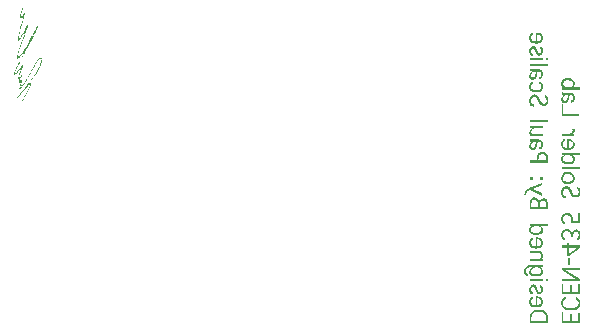
<source format=gbr>
%TF.GenerationSoftware,KiCad,Pcbnew,8.0.1*%
%TF.CreationDate,2025-07-31T15:37:34-05:00*%
%TF.ProjectId,GPS_board_v3,4750535f-626f-4617-9264-5f76332e6b69,rev?*%
%TF.SameCoordinates,Original*%
%TF.FileFunction,Legend,Bot*%
%TF.FilePolarity,Positive*%
%FSLAX46Y46*%
G04 Gerber Fmt 4.6, Leading zero omitted, Abs format (unit mm)*
G04 Created by KiCad (PCBNEW 8.0.1) date 2025-07-31 15:37:34*
%MOMM*%
%LPD*%
G01*
G04 APERTURE LIST*
%ADD10C,0.152000*%
%ADD11C,0.000000*%
G04 APERTURE END LIST*
D10*
G36*
X169870000Y-79543684D02*
G01*
X171401891Y-79543684D01*
X171401891Y-78683949D01*
X171249972Y-78683949D01*
X171249972Y-79355129D01*
X170745366Y-79355129D01*
X170745366Y-78777739D01*
X170593447Y-78777739D01*
X170593447Y-79355129D01*
X170021919Y-79355129D01*
X170021919Y-78637055D01*
X169870000Y-78637055D01*
X169870000Y-79543684D01*
G37*
G36*
X170211939Y-77525261D02*
G01*
X170211939Y-77336706D01*
X170202170Y-77336706D01*
X170101070Y-77356180D01*
X170020942Y-77398255D01*
X169945579Y-77465159D01*
X169891684Y-77551384D01*
X169886120Y-77564340D01*
X169856734Y-77663529D01*
X169844182Y-77768694D01*
X169843133Y-77812491D01*
X169850243Y-77916344D01*
X169871572Y-78012846D01*
X169914428Y-78116143D01*
X169976638Y-78209435D01*
X170045366Y-78281437D01*
X170128513Y-78343192D01*
X170225915Y-78392171D01*
X170337570Y-78428372D01*
X170441504Y-78448780D01*
X170555337Y-78460314D01*
X170653531Y-78463154D01*
X170774602Y-78458729D01*
X170885943Y-78445456D01*
X170987552Y-78423333D01*
X171096637Y-78385105D01*
X171191708Y-78334135D01*
X171260230Y-78281926D01*
X171329621Y-78210152D01*
X171392433Y-78116780D01*
X171435703Y-78013029D01*
X171457238Y-77915840D01*
X171464417Y-77811025D01*
X171458166Y-77709932D01*
X171437285Y-77612041D01*
X171419965Y-77564340D01*
X171367157Y-77475540D01*
X171291165Y-77406059D01*
X171279281Y-77398255D01*
X171190430Y-77354077D01*
X171094145Y-77336706D01*
X171094145Y-77525261D01*
X171103914Y-77525261D01*
X171199383Y-77554147D01*
X171208939Y-77560432D01*
X171275518Y-77636934D01*
X171286120Y-77660083D01*
X171309381Y-77755653D01*
X171312498Y-77814445D01*
X171300896Y-77923102D01*
X171266092Y-78017044D01*
X171208084Y-78096270D01*
X171126873Y-78160781D01*
X171027711Y-78210576D01*
X170930525Y-78242476D01*
X170823615Y-78263483D01*
X170724239Y-78272820D01*
X170654019Y-78274598D01*
X170548769Y-78270580D01*
X170451007Y-78258524D01*
X170346415Y-78234301D01*
X170252014Y-78199139D01*
X170179211Y-78160293D01*
X170098641Y-78095721D01*
X170035516Y-78005926D01*
X170003864Y-77910862D01*
X169995052Y-77815910D01*
X170002960Y-77718230D01*
X170035898Y-77625131D01*
X170061974Y-77591695D01*
X170147363Y-77536225D01*
X170211939Y-77525261D01*
G37*
G36*
X169870000Y-77107117D02*
G01*
X171401891Y-77107117D01*
X171401891Y-76247383D01*
X171249972Y-76247383D01*
X171249972Y-76918562D01*
X170745366Y-76918562D01*
X170745366Y-76341172D01*
X170593447Y-76341172D01*
X170593447Y-76918562D01*
X170021919Y-76918562D01*
X170021919Y-76200488D01*
X169870000Y-76200488D01*
X169870000Y-77107117D01*
G37*
G36*
X169870000Y-75775505D02*
G01*
X169870000Y-75964061D01*
X171401891Y-75964061D01*
X171401891Y-75760851D01*
X170313545Y-75087718D01*
X170190935Y-75026168D01*
X170312079Y-75026168D01*
X171401891Y-75026168D01*
X171401891Y-74837613D01*
X169870000Y-74837613D01*
X169870000Y-75038381D01*
X170963719Y-75713956D01*
X171086329Y-75775505D01*
X170963719Y-75775505D01*
X169870000Y-75775505D01*
G37*
G36*
X170401472Y-74651011D02*
G01*
X170553391Y-74651011D01*
X170553391Y-74057013D01*
X170401472Y-74057013D01*
X170401472Y-74651011D01*
G37*
G36*
X170490865Y-72959874D02*
G01*
X171401891Y-72959874D01*
X171401891Y-73148429D01*
X170490865Y-73867480D01*
X170338946Y-73867480D01*
X170338946Y-73148429D01*
X170490865Y-73148429D01*
X170490865Y-73669155D01*
X171158625Y-73148429D01*
X170490865Y-73148429D01*
X170338946Y-73148429D01*
X169870000Y-73148429D01*
X169870000Y-72959874D01*
X170338946Y-72959874D01*
X170338946Y-72742009D01*
X170490865Y-72742009D01*
X170490865Y-72959874D01*
G37*
G36*
X170655973Y-72263293D02*
G01*
X170807892Y-72263293D01*
X170807892Y-72151919D01*
X170815933Y-72050499D01*
X170847317Y-71955754D01*
X170849902Y-71951151D01*
X170911230Y-71871581D01*
X170955903Y-71835380D01*
X171050356Y-71796591D01*
X171097564Y-71792393D01*
X171196379Y-71814650D01*
X171254856Y-71862735D01*
X171299832Y-71950019D01*
X171312498Y-72047871D01*
X171300870Y-72147071D01*
X171293447Y-72172923D01*
X171239342Y-72255817D01*
X171231409Y-72261828D01*
X171140551Y-72292602D01*
X171140551Y-72480181D01*
X171151297Y-72480181D01*
X171250140Y-72461014D01*
X171335224Y-72408890D01*
X171366231Y-72380041D01*
X171422132Y-72295495D01*
X171452815Y-72191387D01*
X171463554Y-72089415D01*
X171464417Y-72046894D01*
X171458433Y-71943366D01*
X171437396Y-71843318D01*
X171396256Y-71752548D01*
X171368674Y-71715212D01*
X171289333Y-71647343D01*
X171194193Y-71610799D01*
X171121988Y-71603838D01*
X171024253Y-71616241D01*
X170969092Y-71635589D01*
X170885859Y-71687109D01*
X170841598Y-71729378D01*
X170785355Y-71816327D01*
X170751228Y-71907676D01*
X170716709Y-71811230D01*
X170668929Y-71721471D01*
X170604911Y-71643893D01*
X170591981Y-71632170D01*
X170505863Y-71576803D01*
X170405044Y-71546990D01*
X170329665Y-71541311D01*
X170228900Y-71551319D01*
X170133236Y-71581342D01*
X170042673Y-71631381D01*
X169994563Y-71667829D01*
X169921362Y-71749196D01*
X169876406Y-71838650D01*
X169850379Y-71944224D01*
X169843133Y-72049825D01*
X169849300Y-72154575D01*
X169870981Y-72254244D01*
X169913380Y-72342420D01*
X169941807Y-72377599D01*
X170019820Y-72440110D01*
X170112550Y-72475272D01*
X170166022Y-72480181D01*
X170166022Y-72291625D01*
X170156741Y-72291625D01*
X170064407Y-72256762D01*
X170035108Y-72217864D01*
X170002719Y-72121505D01*
X169995052Y-72028820D01*
X170007451Y-71929663D01*
X170030223Y-71870551D01*
X170095539Y-71794456D01*
X170144528Y-71766015D01*
X170237797Y-71736786D01*
X170316964Y-71729867D01*
X170418218Y-71745323D01*
X170506557Y-71791691D01*
X170558276Y-71839776D01*
X170613898Y-71928510D01*
X170644429Y-72032618D01*
X170655114Y-72131979D01*
X170655973Y-72172923D01*
X170655973Y-72263293D01*
G37*
G36*
X170682840Y-71030355D02*
G01*
X171397494Y-71030355D01*
X171397494Y-70246824D01*
X171245575Y-70246824D01*
X171245575Y-70874040D01*
X170834759Y-70874040D01*
X170834759Y-70827145D01*
X170831954Y-70727402D01*
X170821879Y-70626117D01*
X170801786Y-70528375D01*
X170776140Y-70455896D01*
X170725445Y-70365839D01*
X170655331Y-70288277D01*
X170611032Y-70255129D01*
X170517409Y-70210534D01*
X170417677Y-70189548D01*
X170353600Y-70186252D01*
X170256147Y-70193885D01*
X170152936Y-70220718D01*
X170056525Y-70266871D01*
X169996029Y-70308374D01*
X169919994Y-70387384D01*
X169873298Y-70474937D01*
X169846263Y-70578794D01*
X169838736Y-70683042D01*
X169845885Y-70788967D01*
X169870595Y-70892160D01*
X169918163Y-70988040D01*
X169929106Y-71003489D01*
X170002539Y-71077013D01*
X170094030Y-71118371D01*
X170148436Y-71124145D01*
X170148436Y-70935589D01*
X170138667Y-70935589D01*
X170048100Y-70890442D01*
X170031688Y-70867201D01*
X169998509Y-70775118D01*
X169990655Y-70682554D01*
X170003066Y-70583892D01*
X170049732Y-70492594D01*
X170095680Y-70450034D01*
X170185924Y-70401328D01*
X170285197Y-70377452D01*
X170334061Y-70374808D01*
X170438337Y-70389233D01*
X170529150Y-70432510D01*
X170582212Y-70477390D01*
X170635277Y-70561663D01*
X170663579Y-70658551D01*
X170678024Y-70764816D01*
X170682741Y-70871863D01*
X170682840Y-70891137D01*
X170682840Y-71030355D01*
G37*
G36*
X170227083Y-68961130D02*
G01*
X170227083Y-68772575D01*
X170217313Y-68772575D01*
X170117171Y-68752289D01*
X170043900Y-68680251D01*
X170010508Y-68587873D01*
X169996769Y-68490237D01*
X169995052Y-68435031D01*
X170007628Y-68332744D01*
X170049302Y-68238817D01*
X170071256Y-68209351D01*
X170147244Y-68146906D01*
X170248373Y-68118807D01*
X170271046Y-68118004D01*
X170368386Y-68139373D01*
X170436643Y-68193719D01*
X170495583Y-68280931D01*
X170543199Y-68376048D01*
X170563161Y-68422330D01*
X170594912Y-68500488D01*
X170636596Y-68593319D01*
X170686238Y-68683811D01*
X170727292Y-68741800D01*
X170796657Y-68811287D01*
X170872861Y-68860502D01*
X170968860Y-68892101D01*
X171051646Y-68899581D01*
X171154782Y-68888037D01*
X171247422Y-68853404D01*
X171329568Y-68795682D01*
X171344738Y-68781367D01*
X171407850Y-68694203D01*
X171444665Y-68593567D01*
X171461495Y-68486467D01*
X171464417Y-68411095D01*
X171458769Y-68303750D01*
X171438912Y-68203716D01*
X171395227Y-68111256D01*
X171374047Y-68085764D01*
X171295704Y-68025039D01*
X171200334Y-67994264D01*
X171163510Y-67991974D01*
X171163510Y-68180530D01*
X171174256Y-68180530D01*
X171245087Y-68210816D01*
X171295352Y-68295596D01*
X171296378Y-68299232D01*
X171311726Y-68398277D01*
X171312498Y-68428681D01*
X171302125Y-68526775D01*
X171259986Y-68619253D01*
X171238736Y-68642637D01*
X171154575Y-68695999D01*
X171070697Y-68711025D01*
X170973607Y-68689419D01*
X170952484Y-68678297D01*
X170877100Y-68611953D01*
X170860160Y-68587927D01*
X170811216Y-68497887D01*
X170766255Y-68401522D01*
X170762463Y-68393021D01*
X170721919Y-68299720D01*
X170678876Y-68209564D01*
X170628424Y-68123873D01*
X170563471Y-68042776D01*
X170516755Y-68003210D01*
X170426852Y-67955452D01*
X170330983Y-67932041D01*
X170284724Y-67929448D01*
X170185254Y-67941042D01*
X170088589Y-67975824D01*
X170061486Y-67990020D01*
X169977363Y-68051997D01*
X169913063Y-68131926D01*
X169898332Y-68158060D01*
X169862593Y-68257227D01*
X169846583Y-68359651D01*
X169843133Y-68444801D01*
X169847188Y-68545350D01*
X169861015Y-68643503D01*
X169884654Y-68728611D01*
X169930896Y-68818063D01*
X170002437Y-68890456D01*
X170019476Y-68902023D01*
X170111804Y-68944448D01*
X170212934Y-68960899D01*
X170227083Y-68961130D01*
G37*
G36*
X170470028Y-66727146D02*
G01*
X170567481Y-66737759D01*
X170668674Y-66763555D01*
X170767836Y-66810724D01*
X170849413Y-66876762D01*
X170913313Y-66956140D01*
X170958956Y-67043335D01*
X170986342Y-67138346D01*
X170995471Y-67241172D01*
X170986342Y-67344426D01*
X170958956Y-67439741D01*
X170913313Y-67527119D01*
X170849413Y-67606559D01*
X170810823Y-67641936D01*
X170720453Y-67698539D01*
X170626954Y-67732590D01*
X170519991Y-67752195D01*
X170417592Y-67757501D01*
X170364977Y-67756175D01*
X170267192Y-67745561D01*
X170165655Y-67719766D01*
X170066157Y-67672596D01*
X169984305Y-67606559D01*
X169920619Y-67527119D01*
X169875129Y-67439741D01*
X169847834Y-67344426D01*
X169838736Y-67241172D01*
X169990655Y-67241172D01*
X169997983Y-67311544D01*
X170036451Y-67403479D01*
X170107892Y-67479064D01*
X170122898Y-67489948D01*
X170215798Y-67537259D01*
X170315479Y-67561836D01*
X170417592Y-67568946D01*
X170441121Y-67568595D01*
X170539967Y-67558325D01*
X170636290Y-67530237D01*
X170725826Y-67479064D01*
X170777331Y-67430491D01*
X170826996Y-67344006D01*
X170843551Y-67241172D01*
X170836194Y-67171227D01*
X170797565Y-67079704D01*
X170725826Y-67004256D01*
X170710826Y-66993372D01*
X170618163Y-66946062D01*
X170518996Y-66921485D01*
X170417592Y-66914375D01*
X170393885Y-66914726D01*
X170294383Y-66924996D01*
X170197602Y-66953084D01*
X170107892Y-67004256D01*
X170056601Y-67052769D01*
X170007142Y-67138933D01*
X169990655Y-67241172D01*
X169838736Y-67241172D01*
X169847834Y-67138346D01*
X169875129Y-67043335D01*
X169920619Y-66956140D01*
X169984305Y-66876762D01*
X170023025Y-66841384D01*
X170113700Y-66784781D01*
X170207517Y-66750731D01*
X170314844Y-66731126D01*
X170417592Y-66725819D01*
X170470028Y-66727146D01*
G37*
G36*
X169870000Y-66302791D02*
G01*
X169870000Y-66491346D01*
X171464417Y-66491346D01*
X171464417Y-66302791D01*
X169870000Y-66302791D01*
G37*
G36*
X171464417Y-65306280D02*
G01*
X170775163Y-65306280D01*
X170837130Y-65343642D01*
X170915359Y-65409839D01*
X170929676Y-65428037D01*
X170975443Y-65516817D01*
X170984205Y-65547134D01*
X170995471Y-65644312D01*
X170991428Y-65707264D01*
X170963774Y-65809338D01*
X170909923Y-65896961D01*
X170829874Y-65970132D01*
X170808905Y-65984270D01*
X170718429Y-66031698D01*
X170617388Y-66064534D01*
X170520313Y-66081294D01*
X170415150Y-66086880D01*
X170313016Y-66081394D01*
X170208052Y-66062687D01*
X170110823Y-66030704D01*
X170054827Y-66004024D01*
X169973734Y-65948497D01*
X169907124Y-65874389D01*
X169891096Y-65848927D01*
X169851826Y-65755000D01*
X169838736Y-65653593D01*
X169839531Y-65626168D01*
X169842950Y-65604745D01*
X169990655Y-65604745D01*
X169992144Y-65636588D01*
X170020795Y-65736018D01*
X170085910Y-65816748D01*
X170119291Y-65840249D01*
X170218168Y-65877930D01*
X170325085Y-65894421D01*
X170424431Y-65898325D01*
X170437456Y-65898242D01*
X170545407Y-65890024D01*
X170645776Y-65865123D01*
X170739016Y-65813328D01*
X170769131Y-65785729D01*
X170826299Y-65697413D01*
X170843551Y-65600837D01*
X170837871Y-65542874D01*
X170797184Y-65450857D01*
X170724849Y-65383949D01*
X170709811Y-65374544D01*
X170617756Y-65333661D01*
X170520345Y-65312424D01*
X170421500Y-65306280D01*
X170398953Y-65306598D01*
X170298161Y-65316482D01*
X170198262Y-65342428D01*
X170118373Y-65380549D01*
X170043412Y-65449895D01*
X170011263Y-65505101D01*
X169990655Y-65604745D01*
X169842950Y-65604745D01*
X169855345Y-65527076D01*
X169863660Y-65499520D01*
X169913963Y-65411793D01*
X169978662Y-65356712D01*
X170067348Y-65306280D01*
X169870000Y-65306280D01*
X169870000Y-65117725D01*
X171464417Y-65117725D01*
X171464417Y-65306280D01*
G37*
G36*
X170137690Y-64140753D02*
G01*
X170120256Y-64142065D01*
X170035596Y-64194487D01*
X170001891Y-64263119D01*
X169990655Y-64362526D01*
X169997433Y-64437844D01*
X170033016Y-64534679D01*
X170099099Y-64612142D01*
X170180581Y-64663593D01*
X170275916Y-64693687D01*
X170374605Y-64702512D01*
X170374605Y-64108513D01*
X170526524Y-64108513D01*
X170526524Y-64691765D01*
X170589122Y-64677039D01*
X170681423Y-64638960D01*
X170760020Y-64579413D01*
X170765160Y-64574056D01*
X170822669Y-64490143D01*
X170843551Y-64393300D01*
X170840117Y-64342744D01*
X170808381Y-64245289D01*
X170779919Y-64204585D01*
X170699937Y-64145150D01*
X170648822Y-64124291D01*
X170548995Y-64108513D01*
X170526524Y-64108513D01*
X170374605Y-64108513D01*
X170374605Y-63952198D01*
X170437620Y-63952198D01*
X170450718Y-63952254D01*
X170560400Y-63957827D01*
X170664957Y-63974714D01*
X170766371Y-64009839D01*
X170794940Y-64024898D01*
X170879423Y-64087823D01*
X170939783Y-64166643D01*
X170952835Y-64191792D01*
X170984812Y-64285465D01*
X170995471Y-64387927D01*
X170985060Y-64493745D01*
X170953827Y-64589427D01*
X170901773Y-64674973D01*
X170828897Y-64750383D01*
X170807737Y-64767419D01*
X170716345Y-64824572D01*
X170614144Y-64864139D01*
X170515853Y-64884335D01*
X170409288Y-64891067D01*
X170393923Y-64890936D01*
X170291044Y-64882702D01*
X170183485Y-64857606D01*
X170086612Y-64815779D01*
X170000425Y-64757222D01*
X169990478Y-64748716D01*
X169922265Y-64672734D01*
X169874264Y-64582646D01*
X169846473Y-64478454D01*
X169838736Y-64375715D01*
X169839067Y-64353241D01*
X169849352Y-64254719D01*
X169876350Y-64160781D01*
X169915806Y-64085394D01*
X169985771Y-64009351D01*
X170030765Y-63979211D01*
X170128408Y-63952198D01*
X170137690Y-63952198D01*
X170137690Y-64140753D01*
G37*
G36*
X169870000Y-63496929D02*
G01*
X169870000Y-63685484D01*
X170964207Y-63685484D01*
X170964207Y-63496929D01*
X170759043Y-63496929D01*
X170846473Y-63445151D01*
X170896308Y-63401674D01*
X170955476Y-63319883D01*
X170969581Y-63290788D01*
X170994560Y-63193301D01*
X170995471Y-63170621D01*
X170978374Y-63075854D01*
X170776629Y-63075854D01*
X170805419Y-63169971D01*
X170807892Y-63208722D01*
X170785544Y-63307641D01*
X170729324Y-63391389D01*
X170718499Y-63403140D01*
X170632289Y-63460293D01*
X170531167Y-63487770D01*
X170431104Y-63496563D01*
X170403426Y-63496929D01*
X169870000Y-63496929D01*
G37*
G36*
X169870000Y-61985554D02*
G01*
X171386259Y-61985554D01*
X171386259Y-61796999D01*
X170021919Y-61796999D01*
X170021919Y-61000767D01*
X169870000Y-61000767D01*
X169870000Y-61985554D01*
G37*
G36*
X169950804Y-60001455D02*
G01*
X170050251Y-60014026D01*
X170097563Y-60014026D01*
X170197285Y-60014026D01*
X170621290Y-60014026D01*
X170652752Y-60014417D01*
X170759364Y-60023793D01*
X170857718Y-60058478D01*
X170911456Y-60111744D01*
X170958346Y-60200139D01*
X170964980Y-60218559D01*
X170988365Y-60316454D01*
X170995471Y-60416538D01*
X170995114Y-60438728D01*
X170984028Y-60538077D01*
X170954926Y-60636845D01*
X170904979Y-60727581D01*
X170835247Y-60798534D01*
X170776514Y-60835445D01*
X170681374Y-60859106D01*
X170667208Y-60859106D01*
X170667208Y-60670551D01*
X170681863Y-60670551D01*
X170713095Y-60666582D01*
X170794703Y-60607048D01*
X170831339Y-60531332D01*
X170843551Y-60431193D01*
X170837987Y-60364331D01*
X170803984Y-60269993D01*
X170762323Y-60226347D01*
X170667208Y-60202581D01*
X170547041Y-60202581D01*
X170528967Y-60301256D01*
X170516950Y-60360297D01*
X170491705Y-60468283D01*
X170464846Y-60562805D01*
X170426523Y-60667891D01*
X170379979Y-60757501D01*
X170325938Y-60821257D01*
X170236214Y-60873808D01*
X170136224Y-60889392D01*
X170094455Y-60887103D01*
X169999250Y-60859717D01*
X169918360Y-60795603D01*
X169895421Y-60765271D01*
X169851877Y-60671077D01*
X169838736Y-60571388D01*
X169843515Y-60516189D01*
X169990655Y-60516189D01*
X170010195Y-60608025D01*
X170066371Y-60677878D01*
X170144040Y-60700837D01*
X170206613Y-60687857D01*
X170284724Y-60622191D01*
X170322543Y-60552744D01*
X170357560Y-60456062D01*
X170385436Y-60358479D01*
X170409776Y-60259246D01*
X170421988Y-60202581D01*
X170317452Y-60202581D01*
X170243531Y-60209595D01*
X170149413Y-60245080D01*
X170095429Y-60284775D01*
X170033642Y-60362805D01*
X170007447Y-60419866D01*
X169990655Y-60516189D01*
X169843515Y-60516189D01*
X169844380Y-60506204D01*
X169872930Y-60407745D01*
X169903413Y-60351398D01*
X169964046Y-60274461D01*
X170034619Y-60202581D01*
X169970158Y-60196972D01*
X169872442Y-60173272D01*
X169872442Y-59978367D01*
X169950804Y-60001455D01*
G37*
G36*
X170521143Y-58795367D02*
G01*
X170625944Y-58814074D01*
X170722896Y-58846057D01*
X170779082Y-58872784D01*
X170860392Y-58928609D01*
X170927083Y-59003349D01*
X170943111Y-59028934D01*
X170982381Y-59123288D01*
X170995471Y-59225122D01*
X170994395Y-59253549D01*
X170973000Y-59351639D01*
X170962355Y-59377672D01*
X170907543Y-59463014D01*
X170850635Y-59515526D01*
X170766859Y-59571458D01*
X171464417Y-59571458D01*
X171464417Y-59760013D01*
X170195819Y-59760013D01*
X170129385Y-59760013D01*
X170102916Y-59760013D01*
X170001891Y-59760013D01*
X169969032Y-59760481D01*
X169870000Y-59769783D01*
X169870000Y-59586601D01*
X169881563Y-59583052D01*
X169980886Y-59571458D01*
X170059043Y-59571458D01*
X169997019Y-59533934D01*
X169918360Y-59468387D01*
X169904209Y-59450338D01*
X169858764Y-59361409D01*
X169850002Y-59330665D01*
X169843692Y-59275924D01*
X169990655Y-59275924D01*
X169996312Y-59334101D01*
X170036833Y-59426515D01*
X170108869Y-59493789D01*
X170123966Y-59503194D01*
X170216279Y-59544077D01*
X170313823Y-59565314D01*
X170412707Y-59571458D01*
X170435259Y-59571149D01*
X170536184Y-59561532D01*
X170636434Y-59536287D01*
X170716803Y-59498073D01*
X170791284Y-59428332D01*
X170823134Y-59372530D01*
X170843551Y-59272505D01*
X170841226Y-59235904D01*
X170809970Y-59141924D01*
X170748297Y-59065875D01*
X170707373Y-59036160D01*
X170616039Y-59000296D01*
X170509122Y-58982620D01*
X170409776Y-58978436D01*
X170396751Y-58978520D01*
X170288800Y-58986784D01*
X170188431Y-59011829D01*
X170095191Y-59063921D01*
X170065076Y-59091508D01*
X170007908Y-59179665D01*
X169990655Y-59275924D01*
X169843692Y-59275924D01*
X169838736Y-59232937D01*
X169842767Y-59169985D01*
X169870339Y-59067911D01*
X169924032Y-58980289D01*
X170003845Y-58907117D01*
X170024815Y-58892921D01*
X170115338Y-58845293D01*
X170216485Y-58812321D01*
X170313704Y-58795491D01*
X170419057Y-58789881D01*
X170521143Y-58795367D01*
G37*
G36*
X168043713Y-78390737D02*
G01*
X168154210Y-78404338D01*
X168255365Y-78427831D01*
X168357997Y-78466085D01*
X168389460Y-78481376D01*
X168474523Y-78533793D01*
X168552633Y-78603546D01*
X168613475Y-78685415D01*
X168623649Y-78703573D01*
X168661310Y-78800963D01*
X168683628Y-78909071D01*
X168694540Y-79020295D01*
X168697494Y-79127983D01*
X168697494Y-79543684D01*
X167170000Y-79543684D01*
X167170000Y-79355129D01*
X167321919Y-79355129D01*
X168545575Y-79355129D01*
X168545575Y-79123586D01*
X168545306Y-79095310D01*
X168538849Y-78991857D01*
X168518670Y-78884267D01*
X168476699Y-78787020D01*
X168431928Y-78731408D01*
X168353480Y-78670603D01*
X168262742Y-78628262D01*
X168225579Y-78615897D01*
X168124857Y-78592198D01*
X168024664Y-78579679D01*
X167915429Y-78575505D01*
X167890537Y-78575731D01*
X167785088Y-78582317D01*
X167680522Y-78600329D01*
X167580816Y-78633147D01*
X167525838Y-78660582D01*
X167447253Y-78718926D01*
X167384445Y-78798255D01*
X167373271Y-78819411D01*
X167341702Y-78912631D01*
X167325826Y-79018715D01*
X167321919Y-79118213D01*
X167321919Y-79355129D01*
X167170000Y-79355129D01*
X167170000Y-79100628D01*
X167170387Y-79065758D01*
X167176197Y-78967698D01*
X167191788Y-78865711D01*
X167221227Y-78765525D01*
X167269162Y-78673691D01*
X167288373Y-78647399D01*
X167361341Y-78568936D01*
X167448047Y-78504593D01*
X167537829Y-78458757D01*
X167638319Y-78424046D01*
X167735818Y-78402728D01*
X167841010Y-78390386D01*
X167939364Y-78386950D01*
X168043713Y-78390737D01*
G37*
G36*
X167437690Y-77462735D02*
G01*
X167420256Y-77464047D01*
X167335596Y-77516468D01*
X167301891Y-77585101D01*
X167290655Y-77684508D01*
X167297433Y-77759826D01*
X167333016Y-77856661D01*
X167399099Y-77934124D01*
X167480581Y-77985575D01*
X167575916Y-78015668D01*
X167674605Y-78024494D01*
X167674605Y-77430495D01*
X167826524Y-77430495D01*
X167826524Y-78013747D01*
X167889122Y-77999021D01*
X167981423Y-77960942D01*
X168060020Y-77901395D01*
X168065160Y-77896038D01*
X168122669Y-77812124D01*
X168143551Y-77715282D01*
X168140117Y-77664726D01*
X168108381Y-77567271D01*
X168079919Y-77526567D01*
X167999937Y-77467131D01*
X167948822Y-77446273D01*
X167848995Y-77430495D01*
X167826524Y-77430495D01*
X167674605Y-77430495D01*
X167674605Y-77274180D01*
X167737620Y-77274180D01*
X167750718Y-77274236D01*
X167860400Y-77279809D01*
X167964957Y-77296696D01*
X168066371Y-77331821D01*
X168094940Y-77346880D01*
X168179423Y-77409805D01*
X168239783Y-77488625D01*
X168252835Y-77513774D01*
X168284812Y-77607447D01*
X168295471Y-77709909D01*
X168285060Y-77815727D01*
X168253827Y-77911409D01*
X168201773Y-77996955D01*
X168128897Y-78072365D01*
X168107737Y-78089401D01*
X168016345Y-78146554D01*
X167914144Y-78186121D01*
X167815853Y-78206317D01*
X167709288Y-78213049D01*
X167693923Y-78212918D01*
X167591044Y-78204684D01*
X167483485Y-78179588D01*
X167386612Y-78137761D01*
X167300425Y-78079204D01*
X167290478Y-78070698D01*
X167222265Y-77994715D01*
X167174264Y-77904628D01*
X167146473Y-77800436D01*
X167138736Y-77697697D01*
X167139067Y-77675222D01*
X167149352Y-77576701D01*
X167176350Y-77482763D01*
X167215806Y-77407376D01*
X167285771Y-77331332D01*
X167330765Y-77301193D01*
X167428408Y-77274180D01*
X167437690Y-77274180D01*
X167437690Y-77462735D01*
G37*
G36*
X167456252Y-77101256D02*
G01*
X167456252Y-76912700D01*
X167453321Y-76912700D01*
X167357389Y-76881096D01*
X167336085Y-76860921D01*
X167297044Y-76767918D01*
X167290655Y-76685554D01*
X167306234Y-76583819D01*
X167345854Y-76512142D01*
X167426718Y-76452696D01*
X167475792Y-76444731D01*
X167566409Y-76483057D01*
X167615776Y-76572175D01*
X167618429Y-76580530D01*
X167647250Y-76671388D01*
X167666789Y-76732937D01*
X167705380Y-76856524D01*
X167751908Y-76949917D01*
X167819726Y-77023088D01*
X167914293Y-77064781D01*
X167969162Y-77069993D01*
X168069731Y-77052901D01*
X168159498Y-77001627D01*
X168197285Y-76966434D01*
X168253186Y-76883462D01*
X168283869Y-76787596D01*
X168295087Y-76684677D01*
X168295471Y-76659665D01*
X168288786Y-76555418D01*
X168262460Y-76453089D01*
X168210963Y-76372923D01*
X168127658Y-76311565D01*
X168029808Y-76287522D01*
X168023384Y-76287438D01*
X168023384Y-76475994D01*
X168027780Y-76475994D01*
X168112777Y-76528262D01*
X168141628Y-76626264D01*
X168143551Y-76667969D01*
X168129023Y-76768536D01*
X168097634Y-76826238D01*
X168014129Y-76878796D01*
X167986259Y-76881437D01*
X167902728Y-76844312D01*
X167856396Y-76755297D01*
X167844598Y-76719260D01*
X167820174Y-76633775D01*
X167802100Y-76570760D01*
X167772728Y-76475765D01*
X167747878Y-76408583D01*
X167708311Y-76344103D01*
X167631559Y-76281905D01*
X167622337Y-76277669D01*
X167526909Y-76256700D01*
X167506566Y-76256175D01*
X167404824Y-76269163D01*
X167315204Y-76308125D01*
X167244249Y-76366085D01*
X167184177Y-76453317D01*
X167151204Y-76553457D01*
X167139149Y-76660550D01*
X167138736Y-76686531D01*
X167145347Y-76788018D01*
X167169404Y-76886085D01*
X167178792Y-76908792D01*
X167230556Y-76992151D01*
X167290655Y-77048988D01*
X167383441Y-77092629D01*
X167456252Y-77101256D01*
G37*
G36*
X168264207Y-75995324D02*
G01*
X168264207Y-75806769D01*
X167170000Y-75806769D01*
X167170000Y-75995324D01*
X168264207Y-75995324D01*
G37*
G36*
X168514312Y-75995324D02*
G01*
X168701891Y-75995324D01*
X168701891Y-75806769D01*
X168514312Y-75806769D01*
X168514312Y-75995324D01*
G37*
G36*
X168260788Y-74810258D02*
G01*
X168084445Y-74810258D01*
X168107066Y-74825270D01*
X168188126Y-74890125D01*
X168250041Y-74969504D01*
X168279494Y-75047636D01*
X168291074Y-75146824D01*
X168289428Y-75188238D01*
X168269745Y-75287766D01*
X168223663Y-75381786D01*
X168190781Y-75423233D01*
X168111731Y-75488795D01*
X168018011Y-75536147D01*
X168009370Y-75539513D01*
X167910231Y-75569487D01*
X167813593Y-75585515D01*
X167710753Y-75590858D01*
X167694942Y-75590738D01*
X167589609Y-75583164D01*
X167480676Y-75560083D01*
X167383956Y-75521615D01*
X167299448Y-75467759D01*
X167262812Y-75435970D01*
X167198240Y-75357020D01*
X167155498Y-75257243D01*
X167143133Y-75156594D01*
X167143367Y-75141882D01*
X167148787Y-75108722D01*
X167295052Y-75108722D01*
X167303275Y-75173156D01*
X167344877Y-75262107D01*
X167401571Y-75321512D01*
X167489958Y-75368597D01*
X167514390Y-75376497D01*
X167614846Y-75396740D01*
X167713196Y-75402302D01*
X167738179Y-75401970D01*
X167841773Y-75392259D01*
X167939928Y-75365697D01*
X168027292Y-75317306D01*
X168065308Y-75283938D01*
X168120693Y-75201390D01*
X168139155Y-75104815D01*
X168136436Y-75067804D01*
X168099891Y-74973182D01*
X168027780Y-74897208D01*
X167943581Y-74847704D01*
X167843450Y-74818749D01*
X167738597Y-74810258D01*
X167714508Y-74810582D01*
X167612911Y-74820070D01*
X167513077Y-74846021D01*
X167419127Y-74893300D01*
X167376961Y-74926176D01*
X167315529Y-75009307D01*
X167295052Y-75108722D01*
X167148787Y-75108722D01*
X167160090Y-75039572D01*
X167203217Y-74951430D01*
X167223624Y-74925186D01*
X167296500Y-74859950D01*
X167384933Y-74810258D01*
X167256950Y-74810258D01*
X167188966Y-74811666D01*
X167086096Y-74821563D01*
X166991214Y-74850314D01*
X166949425Y-74877619D01*
X166885701Y-74955826D01*
X166864510Y-75013203D01*
X166852972Y-75112142D01*
X166860546Y-75202970D01*
X166892540Y-75297766D01*
X166908288Y-75322668D01*
X166997564Y-75371039D01*
X167012707Y-75371039D01*
X167012707Y-75559595D01*
X166997564Y-75559595D01*
X166941533Y-75552038D01*
X166851507Y-75505861D01*
X166788736Y-75439061D01*
X166741109Y-75347103D01*
X166729570Y-75313651D01*
X166707664Y-75213260D01*
X166701053Y-75111165D01*
X166702329Y-75067662D01*
X166717591Y-74963148D01*
X166753321Y-74864480D01*
X166770898Y-74832683D01*
X166834958Y-74752915D01*
X166914033Y-74691067D01*
X166953680Y-74671084D01*
X167053293Y-74643650D01*
X167155882Y-74629899D01*
X167261303Y-74623396D01*
X167361486Y-74621702D01*
X168260788Y-74621702D01*
X168260788Y-74810258D01*
G37*
G36*
X167170000Y-74128332D02*
G01*
X167170000Y-74316887D01*
X168264207Y-74316887D01*
X168264207Y-74128332D01*
X168085910Y-74128332D01*
X168162392Y-74067534D01*
X168209497Y-74015491D01*
X168259048Y-73930678D01*
X168270558Y-73901186D01*
X168289792Y-73803367D01*
X168291074Y-73767341D01*
X168280572Y-73669766D01*
X168249064Y-73582205D01*
X168189524Y-73501232D01*
X168125478Y-73454710D01*
X168027289Y-73422102D01*
X167928271Y-73410878D01*
X167864626Y-73409281D01*
X167170000Y-73409281D01*
X167170000Y-73597836D01*
X167795750Y-73597836D01*
X167895424Y-73600515D01*
X167994061Y-73613483D01*
X168006287Y-73616887D01*
X168089213Y-73673321D01*
X168103496Y-73693579D01*
X168137449Y-73787949D01*
X168139155Y-73816189D01*
X168120646Y-73912856D01*
X168091772Y-73968108D01*
X168021900Y-74043972D01*
X167958415Y-74084368D01*
X167862037Y-74115924D01*
X167762214Y-74127258D01*
X167714661Y-74128332D01*
X167170000Y-74128332D01*
G37*
G36*
X167437690Y-72470411D02*
G01*
X167420256Y-72471723D01*
X167335596Y-72524145D01*
X167301891Y-72592777D01*
X167290655Y-72692184D01*
X167297433Y-72767502D01*
X167333016Y-72864337D01*
X167399099Y-72941800D01*
X167480581Y-72993251D01*
X167575916Y-73023345D01*
X167674605Y-73032170D01*
X167674605Y-72438171D01*
X167826524Y-72438171D01*
X167826524Y-73021423D01*
X167889122Y-73006697D01*
X167981423Y-72968618D01*
X168060020Y-72909071D01*
X168065160Y-72903714D01*
X168122669Y-72819801D01*
X168143551Y-72722958D01*
X168140117Y-72672402D01*
X168108381Y-72574947D01*
X168079919Y-72534243D01*
X167999937Y-72474808D01*
X167948822Y-72453949D01*
X167848995Y-72438171D01*
X167826524Y-72438171D01*
X167674605Y-72438171D01*
X167674605Y-72281856D01*
X167737620Y-72281856D01*
X167750718Y-72281912D01*
X167860400Y-72287485D01*
X167964957Y-72304372D01*
X168066371Y-72339497D01*
X168094940Y-72354556D01*
X168179423Y-72417481D01*
X168239783Y-72496301D01*
X168252835Y-72521450D01*
X168284812Y-72615123D01*
X168295471Y-72717585D01*
X168285060Y-72823403D01*
X168253827Y-72919085D01*
X168201773Y-73004631D01*
X168128897Y-73080041D01*
X168107737Y-73097077D01*
X168016345Y-73154230D01*
X167914144Y-73193797D01*
X167815853Y-73213993D01*
X167709288Y-73220725D01*
X167693923Y-73220595D01*
X167591044Y-73212360D01*
X167483485Y-73187264D01*
X167386612Y-73145437D01*
X167300425Y-73086880D01*
X167290478Y-73078374D01*
X167222265Y-73002392D01*
X167174264Y-72912304D01*
X167146473Y-72808112D01*
X167138736Y-72705373D01*
X167139067Y-72682899D01*
X167149352Y-72584377D01*
X167176350Y-72490439D01*
X167215806Y-72415052D01*
X167285771Y-72339009D01*
X167330765Y-72308869D01*
X167428408Y-72281856D01*
X167437690Y-72281856D01*
X167437690Y-72470411D01*
G37*
G36*
X168764417Y-71297069D02*
G01*
X168075163Y-71297069D01*
X168137130Y-71334430D01*
X168215359Y-71400628D01*
X168229676Y-71418826D01*
X168275443Y-71507606D01*
X168284205Y-71537923D01*
X168295471Y-71635101D01*
X168291428Y-71698053D01*
X168263774Y-71800127D01*
X168209923Y-71887749D01*
X168129874Y-71960921D01*
X168108905Y-71975058D01*
X168018429Y-72022487D01*
X167917388Y-72055322D01*
X167820313Y-72072082D01*
X167715150Y-72077669D01*
X167613016Y-72072183D01*
X167508052Y-72053476D01*
X167410823Y-72021493D01*
X167354827Y-71994812D01*
X167273734Y-71939285D01*
X167207124Y-71865177D01*
X167191096Y-71839715D01*
X167151826Y-71745788D01*
X167138736Y-71644382D01*
X167139531Y-71616957D01*
X167142950Y-71595533D01*
X167290655Y-71595533D01*
X167292144Y-71627377D01*
X167320795Y-71726806D01*
X167385910Y-71807536D01*
X167419291Y-71831037D01*
X167518168Y-71868719D01*
X167625085Y-71885210D01*
X167724431Y-71889113D01*
X167737456Y-71889030D01*
X167845407Y-71880813D01*
X167945776Y-71855911D01*
X168039016Y-71804117D01*
X168069131Y-71776518D01*
X168126299Y-71688201D01*
X168143551Y-71591625D01*
X168137871Y-71533663D01*
X168097184Y-71441645D01*
X168024849Y-71374738D01*
X168009811Y-71365333D01*
X167917756Y-71324450D01*
X167820345Y-71303212D01*
X167721500Y-71297069D01*
X167698953Y-71297386D01*
X167598161Y-71307270D01*
X167498262Y-71333217D01*
X167418373Y-71371337D01*
X167343412Y-71440683D01*
X167311263Y-71495890D01*
X167290655Y-71595533D01*
X167142950Y-71595533D01*
X167155345Y-71517864D01*
X167163660Y-71490309D01*
X167213963Y-71402581D01*
X167278662Y-71347501D01*
X167367348Y-71297069D01*
X167170000Y-71297069D01*
X167170000Y-71108513D01*
X168764417Y-71108513D01*
X168764417Y-71297069D01*
G37*
G36*
X167635664Y-68888754D02*
G01*
X167734143Y-68914490D01*
X167823593Y-68966992D01*
X167893546Y-69041616D01*
X167942824Y-69134280D01*
X167972581Y-69227355D01*
X168014988Y-69154143D01*
X168077784Y-69073616D01*
X168158695Y-69008513D01*
X168178212Y-68997775D01*
X168269521Y-68961631D01*
X168367766Y-68948429D01*
X168446987Y-68957405D01*
X168539225Y-68995324D01*
X168603775Y-69049162D01*
X168656950Y-69134054D01*
X168672748Y-69182670D01*
X168688586Y-69281398D01*
X168695554Y-69385178D01*
X168697494Y-69494068D01*
X168697494Y-69887299D01*
X167170000Y-69887299D01*
X167170000Y-69698743D01*
X167321919Y-69698743D01*
X167889050Y-69698743D01*
X168040969Y-69698743D01*
X168545575Y-69698743D01*
X168545575Y-69445708D01*
X168544629Y-69403896D01*
X168530432Y-69298429D01*
X168485003Y-69204396D01*
X168436437Y-69163317D01*
X168339923Y-69136985D01*
X168282724Y-69143030D01*
X168190446Y-69179972D01*
X168140964Y-69216036D01*
X168079560Y-69294766D01*
X168070515Y-69313962D01*
X168046396Y-69413185D01*
X168040969Y-69511165D01*
X168040969Y-69698743D01*
X167889050Y-69698743D01*
X167889050Y-69551709D01*
X167886923Y-69470181D01*
X167874985Y-69362373D01*
X167844598Y-69261060D01*
X167800747Y-69188638D01*
X167729804Y-69121353D01*
X167675193Y-69092777D01*
X167575931Y-69074459D01*
X167479699Y-69092655D01*
X167397145Y-69147243D01*
X167351304Y-69219394D01*
X167327869Y-69317032D01*
X167321919Y-69419330D01*
X167321919Y-69698743D01*
X167170000Y-69698743D01*
X167170000Y-69441800D01*
X167170506Y-69396834D01*
X167176811Y-69289520D01*
X167192516Y-69190688D01*
X167227641Y-69094975D01*
X167234997Y-69082637D01*
X167299776Y-69001536D01*
X167381514Y-68940614D01*
X167393594Y-68933989D01*
X167487482Y-68897925D01*
X167587166Y-68885903D01*
X167635664Y-68888754D01*
G37*
G36*
X167203705Y-68271388D02*
G01*
X168248576Y-68737404D01*
X168248576Y-68538101D01*
X167437690Y-68174180D01*
X168248576Y-67835170D01*
X168248576Y-67653454D01*
X167154856Y-68110188D01*
X167054167Y-68154701D01*
X166962934Y-68200253D01*
X166877594Y-68253537D01*
X166862742Y-68265526D01*
X166795165Y-68337483D01*
X166761625Y-68396441D01*
X166737153Y-68494936D01*
X166732316Y-68581577D01*
X166732316Y-68716887D01*
X166884235Y-68716887D01*
X166884235Y-68615771D01*
X166894582Y-68517221D01*
X166904263Y-68483879D01*
X166957638Y-68400051D01*
X166968255Y-68390579D01*
X167057831Y-68337366D01*
X167152914Y-68294352D01*
X167162184Y-68290439D01*
X167203705Y-68271388D01*
G37*
G36*
X167170000Y-67206489D02*
G01*
X167170000Y-67456594D01*
X167420104Y-67456594D01*
X167420104Y-67206489D01*
X167170000Y-67206489D01*
G37*
G36*
X168014103Y-67206489D02*
G01*
X168014103Y-67456594D01*
X168264207Y-67456594D01*
X168264207Y-67206489D01*
X168014103Y-67206489D01*
G37*
G36*
X168298847Y-65015572D02*
G01*
X168402738Y-65028929D01*
X168500146Y-65063991D01*
X168512055Y-65070286D01*
X168589814Y-65129541D01*
X168647180Y-65210048D01*
X168658973Y-65236503D01*
X168683294Y-65331449D01*
X168694350Y-65433347D01*
X168697494Y-65542219D01*
X168697494Y-65954012D01*
X167170000Y-65954012D01*
X167170000Y-65765457D01*
X167763998Y-65765457D01*
X167915917Y-65765457D01*
X168545575Y-65765457D01*
X168545575Y-65536357D01*
X168541905Y-65455687D01*
X168521309Y-65354423D01*
X168468883Y-65270621D01*
X168459167Y-65262517D01*
X168367698Y-65216507D01*
X168267627Y-65203698D01*
X168206331Y-65207672D01*
X168110390Y-65232974D01*
X168019476Y-65286741D01*
X167979125Y-65331507D01*
X167938672Y-65425464D01*
X167920873Y-65526046D01*
X167915917Y-65632588D01*
X167915917Y-65765457D01*
X167763998Y-65765457D01*
X167763998Y-65581786D01*
X167764571Y-65547041D01*
X167775590Y-65434057D01*
X167800635Y-65334490D01*
X167846430Y-65237129D01*
X167910544Y-65157292D01*
X167978237Y-65101904D01*
X168075163Y-65050680D01*
X168170662Y-65024027D01*
X168274954Y-65015143D01*
X168298847Y-65015572D01*
G37*
G36*
X167250804Y-63969912D02*
G01*
X167350251Y-63982484D01*
X167397563Y-63982484D01*
X167497285Y-63982484D01*
X167921290Y-63982484D01*
X167952752Y-63982874D01*
X168059364Y-63992251D01*
X168157718Y-64026936D01*
X168211456Y-64080202D01*
X168258346Y-64168597D01*
X168264980Y-64187017D01*
X168288365Y-64284912D01*
X168295471Y-64384996D01*
X168295114Y-64407185D01*
X168284028Y-64506535D01*
X168254926Y-64605303D01*
X168204979Y-64696039D01*
X168135247Y-64766992D01*
X168076514Y-64803903D01*
X167981374Y-64827564D01*
X167967208Y-64827564D01*
X167967208Y-64639009D01*
X167981863Y-64639009D01*
X168013095Y-64635040D01*
X168094703Y-64575505D01*
X168131339Y-64499790D01*
X168143551Y-64399651D01*
X168137987Y-64332789D01*
X168103984Y-64238450D01*
X168062323Y-64194804D01*
X167967208Y-64171039D01*
X167847041Y-64171039D01*
X167828967Y-64269713D01*
X167816950Y-64328755D01*
X167791705Y-64436741D01*
X167764846Y-64531263D01*
X167726523Y-64636349D01*
X167679979Y-64725959D01*
X167625938Y-64789715D01*
X167536214Y-64842265D01*
X167436224Y-64857850D01*
X167394455Y-64855560D01*
X167299250Y-64828175D01*
X167218360Y-64764061D01*
X167195421Y-64733729D01*
X167151877Y-64639535D01*
X167138736Y-64539846D01*
X167143515Y-64484647D01*
X167290655Y-64484647D01*
X167310195Y-64576482D01*
X167366371Y-64646336D01*
X167444040Y-64669295D01*
X167506613Y-64656315D01*
X167584724Y-64590648D01*
X167622543Y-64521201D01*
X167657560Y-64424520D01*
X167685436Y-64326937D01*
X167709776Y-64227704D01*
X167721988Y-64171039D01*
X167617452Y-64171039D01*
X167543531Y-64178053D01*
X167449413Y-64213538D01*
X167395429Y-64253233D01*
X167333642Y-64331263D01*
X167307447Y-64388324D01*
X167290655Y-64484647D01*
X167143515Y-64484647D01*
X167144380Y-64474662D01*
X167172930Y-64376203D01*
X167203413Y-64319856D01*
X167264046Y-64242919D01*
X167334619Y-64171039D01*
X167270158Y-64165429D01*
X167172442Y-64141730D01*
X167172442Y-63946824D01*
X167250804Y-63969912D01*
G37*
G36*
X168264207Y-63041660D02*
G01*
X168264207Y-62853105D01*
X167170000Y-62853105D01*
X167170000Y-63041660D01*
X167345366Y-63041660D01*
X167266266Y-63102437D01*
X167222267Y-63148639D01*
X167170378Y-63232693D01*
X167160230Y-63257083D01*
X167139492Y-63354669D01*
X167138736Y-63379204D01*
X167150758Y-63482496D01*
X167190912Y-63580287D01*
X167224221Y-63626866D01*
X167303599Y-63684714D01*
X167399199Y-63714183D01*
X167507337Y-63726884D01*
X167569581Y-63728471D01*
X168264207Y-63728471D01*
X168264207Y-63539916D01*
X167636992Y-63539916D01*
X167526930Y-63536222D01*
X167423270Y-63521214D01*
X167341458Y-63480809D01*
X167296658Y-63390389D01*
X167290655Y-63333286D01*
X167311482Y-63236414D01*
X167339016Y-63188695D01*
X167410220Y-63118052D01*
X167474815Y-63081228D01*
X167571844Y-63052827D01*
X167670487Y-63042626D01*
X167717103Y-63041660D01*
X168264207Y-63041660D01*
G37*
G36*
X167170000Y-62349965D02*
G01*
X167170000Y-62538520D01*
X168764417Y-62538520D01*
X168764417Y-62349965D01*
X167170000Y-62349965D01*
G37*
G36*
X167527083Y-61202023D02*
G01*
X167527083Y-61013468D01*
X167517313Y-61013468D01*
X167417171Y-60993182D01*
X167343900Y-60921144D01*
X167310508Y-60828767D01*
X167296769Y-60731131D01*
X167295052Y-60675924D01*
X167307628Y-60573637D01*
X167349302Y-60479710D01*
X167371256Y-60450244D01*
X167447244Y-60387800D01*
X167548373Y-60359700D01*
X167571046Y-60358897D01*
X167668386Y-60380266D01*
X167736643Y-60434612D01*
X167795583Y-60521824D01*
X167843199Y-60616941D01*
X167863161Y-60663224D01*
X167894912Y-60741381D01*
X167936596Y-60834213D01*
X167986238Y-60924705D01*
X168027292Y-60982693D01*
X168096657Y-61052180D01*
X168172861Y-61101395D01*
X168268860Y-61132994D01*
X168351646Y-61140474D01*
X168454782Y-61128930D01*
X168547422Y-61094297D01*
X168629568Y-61036575D01*
X168644738Y-61022260D01*
X168707850Y-60935096D01*
X168744665Y-60834461D01*
X168761495Y-60727360D01*
X168764417Y-60651988D01*
X168758769Y-60544644D01*
X168738912Y-60444609D01*
X168695227Y-60352150D01*
X168674047Y-60326657D01*
X168595704Y-60265932D01*
X168500334Y-60235157D01*
X168463510Y-60232868D01*
X168463510Y-60421423D01*
X168474256Y-60421423D01*
X168545087Y-60451709D01*
X168595352Y-60536490D01*
X168596378Y-60540125D01*
X168611726Y-60639170D01*
X168612498Y-60669574D01*
X168602125Y-60767668D01*
X168559986Y-60860146D01*
X168538736Y-60883531D01*
X168454575Y-60936892D01*
X168370697Y-60951919D01*
X168273607Y-60930313D01*
X168252484Y-60919190D01*
X168177100Y-60852846D01*
X168160160Y-60828820D01*
X168111216Y-60738780D01*
X168066255Y-60642416D01*
X168062463Y-60633914D01*
X168021919Y-60540614D01*
X167978876Y-60450457D01*
X167928424Y-60364766D01*
X167863471Y-60283670D01*
X167816755Y-60244103D01*
X167726852Y-60196345D01*
X167630983Y-60172935D01*
X167584724Y-60170341D01*
X167485254Y-60181935D01*
X167388589Y-60216717D01*
X167361486Y-60230914D01*
X167277363Y-60292890D01*
X167213063Y-60372819D01*
X167198332Y-60398953D01*
X167162593Y-60498121D01*
X167146583Y-60600545D01*
X167143133Y-60685694D01*
X167147188Y-60786244D01*
X167161015Y-60884396D01*
X167184654Y-60969504D01*
X167230896Y-61058956D01*
X167302437Y-61131349D01*
X167319476Y-61142916D01*
X167411804Y-61185342D01*
X167512934Y-61201792D01*
X167527083Y-61202023D01*
G37*
G36*
X167445017Y-59279344D02*
G01*
X167445017Y-59090788D01*
X167435247Y-59090788D01*
X167339497Y-59114560D01*
X167289678Y-59145987D01*
X167218701Y-59218441D01*
X167177815Y-59289113D01*
X167148506Y-59386078D01*
X167138889Y-59486549D01*
X167138736Y-59502093D01*
X167146076Y-59600982D01*
X167172439Y-59701289D01*
X167217975Y-59788041D01*
X167282684Y-59861238D01*
X167292121Y-59869434D01*
X167376232Y-59925854D01*
X167475181Y-59966154D01*
X167573933Y-59988194D01*
X167684045Y-59997891D01*
X167717592Y-59998394D01*
X167830379Y-59992224D01*
X167931946Y-59973711D01*
X168034283Y-59937441D01*
X168121967Y-59885051D01*
X168141598Y-59869434D01*
X168208917Y-59797932D01*
X168257002Y-59712875D01*
X168285853Y-59614262D01*
X168295320Y-59516855D01*
X168295471Y-59502093D01*
X168287804Y-59399538D01*
X168260265Y-59300192D01*
X168255415Y-59289113D01*
X168204032Y-59204927D01*
X168144040Y-59145987D01*
X168054763Y-59099898D01*
X167987725Y-59090788D01*
X167987725Y-59279344D01*
X167997006Y-59279344D01*
X168088475Y-59320109D01*
X168099588Y-59332588D01*
X168138357Y-59427717D01*
X168143551Y-59497697D01*
X168126863Y-59598006D01*
X168076799Y-59684609D01*
X168042435Y-59719958D01*
X167958650Y-59771130D01*
X167857136Y-59799218D01*
X167758546Y-59809049D01*
X167717592Y-59809839D01*
X167612751Y-59804191D01*
X167513343Y-59784334D01*
X167418501Y-59740650D01*
X167391284Y-59719469D01*
X167326131Y-59639030D01*
X167294193Y-59544563D01*
X167290655Y-59496231D01*
X167302135Y-59398900D01*
X167336573Y-59331612D01*
X167422302Y-59281181D01*
X167445017Y-59279344D01*
G37*
G36*
X167250804Y-58027972D02*
G01*
X167350251Y-58040544D01*
X167397563Y-58040544D01*
X167497285Y-58040544D01*
X167921290Y-58040544D01*
X167952752Y-58040935D01*
X168059364Y-58050311D01*
X168157718Y-58084996D01*
X168211456Y-58138262D01*
X168258346Y-58226657D01*
X168264980Y-58245077D01*
X168288365Y-58342972D01*
X168295471Y-58443056D01*
X168295114Y-58465245D01*
X168284028Y-58564595D01*
X168254926Y-58663363D01*
X168204979Y-58754099D01*
X168135247Y-58825052D01*
X168076514Y-58861963D01*
X167981374Y-58885624D01*
X167967208Y-58885624D01*
X167967208Y-58697069D01*
X167981863Y-58697069D01*
X168013095Y-58693100D01*
X168094703Y-58633565D01*
X168131339Y-58557850D01*
X168143551Y-58457711D01*
X168137987Y-58390849D01*
X168103984Y-58296510D01*
X168062323Y-58252864D01*
X167967208Y-58229099D01*
X167847041Y-58229099D01*
X167828967Y-58327773D01*
X167816950Y-58386815D01*
X167791705Y-58494801D01*
X167764846Y-58589323D01*
X167726523Y-58694409D01*
X167679979Y-58784019D01*
X167625938Y-58847775D01*
X167536214Y-58900325D01*
X167436224Y-58915910D01*
X167394455Y-58913620D01*
X167299250Y-58886235D01*
X167218360Y-58822121D01*
X167195421Y-58791789D01*
X167151877Y-58697595D01*
X167138736Y-58597906D01*
X167143515Y-58542707D01*
X167290655Y-58542707D01*
X167310195Y-58634542D01*
X167366371Y-58704396D01*
X167444040Y-58727355D01*
X167506613Y-58714375D01*
X167584724Y-58648709D01*
X167622543Y-58579261D01*
X167657560Y-58482580D01*
X167685436Y-58384997D01*
X167709776Y-58285764D01*
X167721988Y-58229099D01*
X167617452Y-58229099D01*
X167543531Y-58236113D01*
X167449413Y-58271598D01*
X167395429Y-58311293D01*
X167333642Y-58389323D01*
X167307447Y-58446384D01*
X167290655Y-58542707D01*
X167143515Y-58542707D01*
X167144380Y-58532722D01*
X167172930Y-58434263D01*
X167203413Y-58377916D01*
X167264046Y-58300979D01*
X167334619Y-58229099D01*
X167270158Y-58223489D01*
X167172442Y-58199790D01*
X167172442Y-58004884D01*
X167250804Y-58027972D01*
G37*
G36*
X167170000Y-57566713D02*
G01*
X167170000Y-57755268D01*
X168764417Y-57755268D01*
X168764417Y-57566713D01*
X167170000Y-57566713D01*
G37*
G36*
X168264207Y-57288276D02*
G01*
X168264207Y-57099720D01*
X167170000Y-57099720D01*
X167170000Y-57288276D01*
X168264207Y-57288276D01*
G37*
G36*
X168514312Y-57288276D02*
G01*
X168701891Y-57288276D01*
X168701891Y-57099720D01*
X168514312Y-57099720D01*
X168514312Y-57288276D01*
G37*
G36*
X167456252Y-56915073D02*
G01*
X167456252Y-56726517D01*
X167453321Y-56726517D01*
X167357389Y-56694914D01*
X167336085Y-56674738D01*
X167297044Y-56581735D01*
X167290655Y-56499371D01*
X167306234Y-56397636D01*
X167345854Y-56325959D01*
X167426718Y-56266514D01*
X167475792Y-56258548D01*
X167566409Y-56296874D01*
X167615776Y-56385992D01*
X167618429Y-56394347D01*
X167647250Y-56485205D01*
X167666789Y-56546755D01*
X167705380Y-56670341D01*
X167751908Y-56763734D01*
X167819726Y-56836905D01*
X167914293Y-56878598D01*
X167969162Y-56883810D01*
X168069731Y-56866718D01*
X168159498Y-56815445D01*
X168197285Y-56780251D01*
X168253186Y-56697279D01*
X168283869Y-56601413D01*
X168295087Y-56498494D01*
X168295471Y-56473482D01*
X168288786Y-56369235D01*
X168262460Y-56266906D01*
X168210963Y-56186741D01*
X168127658Y-56125382D01*
X168029808Y-56101339D01*
X168023384Y-56101256D01*
X168023384Y-56289811D01*
X168027780Y-56289811D01*
X168112777Y-56342079D01*
X168141628Y-56440081D01*
X168143551Y-56481786D01*
X168129023Y-56582353D01*
X168097634Y-56640055D01*
X168014129Y-56692613D01*
X167986259Y-56695254D01*
X167902728Y-56658129D01*
X167856396Y-56569114D01*
X167844598Y-56533077D01*
X167820174Y-56447592D01*
X167802100Y-56384577D01*
X167772728Y-56289582D01*
X167747878Y-56222400D01*
X167708311Y-56157920D01*
X167631559Y-56095722D01*
X167622337Y-56091486D01*
X167526909Y-56070517D01*
X167506566Y-56069993D01*
X167404824Y-56082980D01*
X167315204Y-56121942D01*
X167244249Y-56179902D01*
X167184177Y-56267135D01*
X167151204Y-56367274D01*
X167139149Y-56474367D01*
X167138736Y-56500348D01*
X167145347Y-56601836D01*
X167169404Y-56699902D01*
X167178792Y-56722609D01*
X167230556Y-56805968D01*
X167290655Y-56862805D01*
X167383441Y-56906447D01*
X167456252Y-56915073D01*
G37*
G36*
X167437690Y-55121353D02*
G01*
X167420256Y-55122665D01*
X167335596Y-55175087D01*
X167301891Y-55243719D01*
X167290655Y-55343126D01*
X167297433Y-55418444D01*
X167333016Y-55515279D01*
X167399099Y-55592742D01*
X167480581Y-55644193D01*
X167575916Y-55674287D01*
X167674605Y-55683112D01*
X167674605Y-55089113D01*
X167826524Y-55089113D01*
X167826524Y-55672365D01*
X167889122Y-55657639D01*
X167981423Y-55619560D01*
X168060020Y-55560013D01*
X168065160Y-55554656D01*
X168122669Y-55470743D01*
X168143551Y-55373900D01*
X168140117Y-55323344D01*
X168108381Y-55225889D01*
X168079919Y-55185185D01*
X167999937Y-55125750D01*
X167948822Y-55104891D01*
X167848995Y-55089113D01*
X167826524Y-55089113D01*
X167674605Y-55089113D01*
X167674605Y-54932798D01*
X167737620Y-54932798D01*
X167750718Y-54932854D01*
X167860400Y-54938427D01*
X167964957Y-54955314D01*
X168066371Y-54990439D01*
X168094940Y-55005498D01*
X168179423Y-55068423D01*
X168239783Y-55147243D01*
X168252835Y-55172392D01*
X168284812Y-55266065D01*
X168295471Y-55368527D01*
X168285060Y-55474345D01*
X168253827Y-55570027D01*
X168201773Y-55655573D01*
X168128897Y-55730983D01*
X168107737Y-55748019D01*
X168016345Y-55805172D01*
X167914144Y-55844740D01*
X167815853Y-55864935D01*
X167709288Y-55871667D01*
X167693923Y-55871537D01*
X167591044Y-55863302D01*
X167483485Y-55838206D01*
X167386612Y-55796379D01*
X167300425Y-55737822D01*
X167290478Y-55729316D01*
X167222265Y-55653334D01*
X167174264Y-55563246D01*
X167146473Y-55459054D01*
X167138736Y-55356315D01*
X167139067Y-55333841D01*
X167149352Y-55235319D01*
X167176350Y-55141381D01*
X167215806Y-55065994D01*
X167285771Y-54989951D01*
X167330765Y-54959811D01*
X167428408Y-54932798D01*
X167437690Y-54932798D01*
X167437690Y-55121353D01*
G37*
D11*
%TO.C,G\u002A\u002A\u002A*%
G36*
X124253767Y-52838949D02*
G01*
X124266589Y-52849402D01*
X124269082Y-52855791D01*
X124268218Y-52870600D01*
X124262240Y-52894915D01*
X124250565Y-52930989D01*
X124232613Y-52981075D01*
X124195794Y-53084786D01*
X124157192Y-53205245D01*
X124127749Y-53313500D01*
X124107130Y-53410959D01*
X124095003Y-53499027D01*
X124091035Y-53579114D01*
X124091248Y-53600313D01*
X124092844Y-53635430D01*
X124095766Y-53658577D01*
X124099732Y-53666922D01*
X124100194Y-53666896D01*
X124112450Y-53658628D01*
X124131832Y-53636812D01*
X124157043Y-53603265D01*
X124186781Y-53559802D01*
X124219748Y-53508240D01*
X124254644Y-53450395D01*
X124266449Y-53430364D01*
X124292522Y-53386705D01*
X124316515Y-53347266D01*
X124336172Y-53315732D01*
X124349239Y-53295789D01*
X124366751Y-53274912D01*
X124386523Y-53262332D01*
X124402352Y-53264925D01*
X124412394Y-53283065D01*
X124414245Y-53306890D01*
X124411400Y-53347098D01*
X124403950Y-53401211D01*
X124392240Y-53467718D01*
X124376620Y-53545108D01*
X124357435Y-53631868D01*
X124335033Y-53726487D01*
X124309761Y-53827454D01*
X124281967Y-53933258D01*
X124251998Y-54042385D01*
X124220200Y-54153326D01*
X124186921Y-54264569D01*
X124179949Y-54287403D01*
X124132237Y-54445382D01*
X124090126Y-54588241D01*
X124053287Y-54717286D01*
X124021390Y-54833828D01*
X123994106Y-54939174D01*
X123971105Y-55034634D01*
X123952060Y-55121515D01*
X123936639Y-55201128D01*
X123924514Y-55274780D01*
X123915355Y-55343781D01*
X123909778Y-55395711D01*
X123904990Y-55450033D01*
X123902025Y-55496470D01*
X123900995Y-55532617D01*
X123902010Y-55556068D01*
X123905181Y-55564420D01*
X123906240Y-55563956D01*
X123915802Y-55553684D01*
X123932424Y-55531981D01*
X123954096Y-55501560D01*
X123978806Y-55465132D01*
X124024597Y-55393959D01*
X124078462Y-55306181D01*
X124137790Y-55206026D01*
X124201560Y-55095333D01*
X124268746Y-54975941D01*
X124338326Y-54849689D01*
X124409274Y-54718418D01*
X124480569Y-54583966D01*
X124551185Y-54448173D01*
X124620099Y-54312879D01*
X124641616Y-54270391D01*
X124664621Y-54225980D01*
X124682076Y-54194127D01*
X124695191Y-54172917D01*
X124705178Y-54160439D01*
X124713246Y-54154777D01*
X124720607Y-54154019D01*
X124723269Y-54154449D01*
X124733729Y-54159220D01*
X124737879Y-54171568D01*
X124737719Y-54196456D01*
X124736596Y-54207290D01*
X124729379Y-54243101D01*
X124715816Y-54294475D01*
X124696097Y-54360860D01*
X124670415Y-54441706D01*
X124638964Y-54536462D01*
X124601935Y-54644576D01*
X124559520Y-54765497D01*
X124511912Y-54898674D01*
X124459303Y-55043557D01*
X124401887Y-55199594D01*
X124339854Y-55366233D01*
X124273397Y-55542925D01*
X124202710Y-55729117D01*
X124174562Y-55803061D01*
X124122615Y-55940380D01*
X124076665Y-56063258D01*
X124036298Y-56172981D01*
X124001100Y-56270834D01*
X123970657Y-56358101D01*
X123944557Y-56436070D01*
X123922386Y-56506025D01*
X123903729Y-56569251D01*
X123888174Y-56627034D01*
X123875307Y-56680659D01*
X123864714Y-56731413D01*
X123855982Y-56780579D01*
X123848698Y-56829445D01*
X123846056Y-56849526D01*
X123839177Y-56911320D01*
X123834825Y-56966920D01*
X123833046Y-57014078D01*
X123833884Y-57050546D01*
X123837386Y-57074076D01*
X123843596Y-57082419D01*
X123843821Y-57082409D01*
X123854999Y-57075105D01*
X123874858Y-57055557D01*
X123901769Y-57025728D01*
X123934103Y-56987585D01*
X123970229Y-56943093D01*
X124008519Y-56894217D01*
X124047343Y-56842922D01*
X124085071Y-56791175D01*
X124127653Y-56731214D01*
X124246926Y-56559520D01*
X124359978Y-56390690D01*
X124468269Y-56222268D01*
X124573258Y-56051797D01*
X124676404Y-55876822D01*
X124779165Y-55694885D01*
X124883001Y-55503529D01*
X124989371Y-55300298D01*
X125099733Y-55082736D01*
X125132278Y-55017972D01*
X125186310Y-54911683D01*
X125238886Y-54809748D01*
X125289309Y-54713447D01*
X125336882Y-54624060D01*
X125380909Y-54542865D01*
X125404166Y-54500938D01*
X125458999Y-54500938D01*
X125463412Y-54505351D01*
X125467825Y-54500938D01*
X125463412Y-54496526D01*
X125458999Y-54500938D01*
X125404166Y-54500938D01*
X125420693Y-54471143D01*
X125455538Y-54410173D01*
X125484746Y-54361234D01*
X125507620Y-54325606D01*
X125523465Y-54304569D01*
X125527557Y-54300353D01*
X125548528Y-54286931D01*
X125566616Y-54287494D01*
X125578093Y-54302203D01*
X125579174Y-54310001D01*
X125575515Y-54337768D01*
X125563993Y-54379298D01*
X125545097Y-54433453D01*
X125519320Y-54499090D01*
X125487152Y-54575070D01*
X125463412Y-54628190D01*
X125449083Y-54660252D01*
X125405605Y-54753495D01*
X125357207Y-54853659D01*
X125304382Y-54959604D01*
X125247620Y-55070188D01*
X125224317Y-55114956D01*
X125186044Y-55188481D01*
X125143004Y-55271153D01*
X125097177Y-55359176D01*
X125050539Y-55448752D01*
X125005066Y-55536084D01*
X124962737Y-55617373D01*
X124923710Y-55692438D01*
X124875675Y-55785059D01*
X124823768Y-55885341D01*
X124770154Y-55989095D01*
X124716998Y-56092131D01*
X124666465Y-56190260D01*
X124620720Y-56279291D01*
X124556835Y-56403383D01*
X124414705Y-56676391D01*
X124276066Y-56938411D01*
X124141886Y-57187622D01*
X124013133Y-57422203D01*
X123984485Y-57474027D01*
X123911023Y-57608835D01*
X123846456Y-57730525D01*
X123790216Y-57840313D01*
X123741737Y-57939417D01*
X123700453Y-58029050D01*
X123665796Y-58110429D01*
X123637199Y-58184771D01*
X123614096Y-58253291D01*
X123595920Y-58317204D01*
X123591146Y-58336910D01*
X123583124Y-58378398D01*
X123579564Y-58411578D01*
X123580678Y-58433585D01*
X123586680Y-58441557D01*
X123587250Y-58441420D01*
X123597457Y-58433732D01*
X123616878Y-58415983D01*
X123642966Y-58390578D01*
X123673174Y-58359920D01*
X123696290Y-58335432D01*
X123724838Y-58303753D01*
X123757233Y-58266333D01*
X123794450Y-58221983D01*
X123837462Y-58169514D01*
X123887242Y-58107736D01*
X123944766Y-58035459D01*
X124011005Y-57951496D01*
X124086936Y-57854656D01*
X124125270Y-57805834D01*
X124162498Y-57759101D01*
X124191570Y-57723756D01*
X124213852Y-57698336D01*
X124230705Y-57681381D01*
X124243496Y-57671428D01*
X124253587Y-57667017D01*
X124262342Y-57666684D01*
X124270965Y-57669521D01*
X124278359Y-57677889D01*
X124281389Y-57692583D01*
X124279722Y-57714682D01*
X124273028Y-57745268D01*
X124260975Y-57785420D01*
X124243232Y-57836220D01*
X124219467Y-57898747D01*
X124189349Y-57974083D01*
X124152546Y-58063306D01*
X124108727Y-58167499D01*
X124071532Y-58257231D01*
X124032409Y-58357678D01*
X124000873Y-58447186D01*
X123976205Y-58528156D01*
X123957686Y-58602987D01*
X123944599Y-58674079D01*
X123936225Y-58743833D01*
X123933952Y-58778033D01*
X123934722Y-58803691D01*
X123939344Y-58812231D01*
X123945513Y-58808347D01*
X123960877Y-58792178D01*
X123982551Y-58765856D01*
X124008575Y-58732009D01*
X124036990Y-58693264D01*
X124065839Y-58652249D01*
X124093162Y-58611591D01*
X124117000Y-58573919D01*
X124120313Y-58568474D01*
X124143392Y-58531601D01*
X124160231Y-58507703D01*
X124172893Y-58494580D01*
X124183440Y-58490031D01*
X124193935Y-58491858D01*
X124200824Y-58496282D01*
X124203913Y-58504584D01*
X124202098Y-58518580D01*
X124194697Y-58540247D01*
X124181029Y-58571558D01*
X124160414Y-58614492D01*
X124132169Y-58671022D01*
X124114889Y-58705822D01*
X124087617Y-58762690D01*
X124061686Y-58818886D01*
X124039379Y-58869422D01*
X124022982Y-58909312D01*
X124019859Y-58917521D01*
X124004687Y-58960055D01*
X123989843Y-59005489D01*
X123976238Y-59050559D01*
X123964783Y-59092004D01*
X123956388Y-59126563D01*
X123951965Y-59150972D01*
X123952425Y-59161970D01*
X123955935Y-59159382D01*
X123968377Y-59145158D01*
X123987949Y-59120780D01*
X124012810Y-59088685D01*
X124041121Y-59051306D01*
X124071042Y-59011081D01*
X124100732Y-58970445D01*
X124128353Y-58931834D01*
X124152064Y-58897683D01*
X124170414Y-58872784D01*
X124190186Y-58853609D01*
X124206025Y-58849514D01*
X124219323Y-58859713D01*
X124222603Y-58866246D01*
X124224524Y-58878945D01*
X124223333Y-58897651D01*
X124218653Y-58923890D01*
X124210105Y-58959187D01*
X124197312Y-59005069D01*
X124179896Y-59063059D01*
X124157478Y-59134685D01*
X124129681Y-59221470D01*
X124111289Y-59278889D01*
X124086470Y-59358432D01*
X124066859Y-59424643D01*
X124051960Y-59479532D01*
X124041275Y-59525107D01*
X124034307Y-59563374D01*
X124030560Y-59596342D01*
X124029536Y-59626018D01*
X124029815Y-59672724D01*
X124049393Y-59647289D01*
X124057869Y-59635264D01*
X124075029Y-59609847D01*
X124099400Y-59573213D01*
X124129755Y-59527220D01*
X124164872Y-59473722D01*
X124203525Y-59414574D01*
X124244491Y-59351632D01*
X124245229Y-59350496D01*
X124335611Y-59211021D01*
X124417393Y-59084039D01*
X124491845Y-58967433D01*
X124560238Y-58859089D01*
X124623845Y-58756891D01*
X124683937Y-58658723D01*
X124741785Y-58562470D01*
X124798662Y-58466015D01*
X124855840Y-58367243D01*
X124914588Y-58264038D01*
X124976180Y-58154285D01*
X125041887Y-58035868D01*
X125112980Y-57906670D01*
X125132187Y-57871716D01*
X125200786Y-57748051D01*
X125262517Y-57638886D01*
X125318071Y-57543144D01*
X125368139Y-57459742D01*
X125413412Y-57387603D01*
X125454580Y-57325647D01*
X125492336Y-57272792D01*
X125527369Y-57227961D01*
X125560370Y-57190074D01*
X125592031Y-57158049D01*
X125594215Y-57155996D01*
X125645558Y-57112506D01*
X125692431Y-57083332D01*
X125737899Y-57066948D01*
X125785023Y-57061826D01*
X125816196Y-57063667D01*
X125852045Y-57073763D01*
X125876943Y-57094010D01*
X125891887Y-57125925D01*
X125897869Y-57171024D01*
X125895885Y-57230822D01*
X125894711Y-57243627D01*
X125879975Y-57340611D01*
X125854340Y-57448565D01*
X125818472Y-57565488D01*
X125773038Y-57689383D01*
X125718704Y-57818251D01*
X125656135Y-57950094D01*
X125654328Y-57953694D01*
X125619616Y-58020019D01*
X125579853Y-58090900D01*
X125534517Y-58167087D01*
X125483089Y-58249330D01*
X125425048Y-58338381D01*
X125359873Y-58434988D01*
X125287044Y-58539904D01*
X125206039Y-58653879D01*
X125116339Y-58777662D01*
X125017423Y-58912004D01*
X124908770Y-59057657D01*
X124789860Y-59215370D01*
X124660172Y-59385893D01*
X124555748Y-59522690D01*
X124679278Y-59398076D01*
X124697930Y-59379355D01*
X124753981Y-59324625D01*
X124800198Y-59282417D01*
X124837734Y-59251946D01*
X124867741Y-59232430D01*
X124891372Y-59223085D01*
X124909782Y-59223128D01*
X124924122Y-59231777D01*
X124931683Y-59242720D01*
X124937168Y-59265970D01*
X124935692Y-59298389D01*
X124926993Y-59340724D01*
X124910808Y-59393724D01*
X124886874Y-59458133D01*
X124854928Y-59534701D01*
X124814708Y-59624174D01*
X124765949Y-59727299D01*
X124708390Y-59844823D01*
X124674098Y-59913533D01*
X124638344Y-59984169D01*
X124603636Y-60051453D01*
X124568542Y-60118034D01*
X124531634Y-60186565D01*
X124491482Y-60259698D01*
X124446658Y-60340083D01*
X124395731Y-60430373D01*
X124337272Y-60533218D01*
X124295156Y-60606710D01*
X124254600Y-60676360D01*
X124221021Y-60732512D01*
X124193708Y-60776263D01*
X124171949Y-60808715D01*
X124155033Y-60830967D01*
X124142248Y-60844119D01*
X124132884Y-60849272D01*
X124125764Y-60850105D01*
X124116760Y-60847362D01*
X124114142Y-60837824D01*
X124118444Y-60820152D01*
X124130195Y-60793008D01*
X124149929Y-60755052D01*
X124178176Y-60704947D01*
X124215469Y-60641353D01*
X124252482Y-60578553D01*
X124320711Y-60460681D01*
X124387548Y-60342574D01*
X124452452Y-60225335D01*
X124514879Y-60110065D01*
X124574286Y-59997866D01*
X124630130Y-59889839D01*
X124681868Y-59787087D01*
X124728959Y-59690711D01*
X124770857Y-59601812D01*
X124807022Y-59521492D01*
X124836909Y-59450853D01*
X124859976Y-59390997D01*
X124875680Y-59343024D01*
X124883479Y-59308038D01*
X124882828Y-59287139D01*
X124881078Y-59286848D01*
X124869101Y-59294806D01*
X124847218Y-59313458D01*
X124816932Y-59341296D01*
X124779748Y-59376815D01*
X124737168Y-59418506D01*
X124690697Y-59464862D01*
X124641839Y-59514378D01*
X124592098Y-59565545D01*
X124542976Y-59616857D01*
X124495979Y-59666807D01*
X124452610Y-59713887D01*
X124414372Y-59756591D01*
X124404934Y-59767374D01*
X124350158Y-59831367D01*
X124285684Y-59908761D01*
X124212098Y-59998835D01*
X124129987Y-60100866D01*
X124039937Y-60214133D01*
X123942534Y-60337913D01*
X123921108Y-60364915D01*
X123890418Y-60402377D01*
X123863468Y-60433877D01*
X123842580Y-60456727D01*
X123830076Y-60468234D01*
X123827348Y-60469935D01*
X123805257Y-60477429D01*
X123788676Y-60472948D01*
X123782140Y-60457506D01*
X123783590Y-60446718D01*
X123793233Y-60420921D01*
X123812240Y-60385828D01*
X123840984Y-60340916D01*
X123879839Y-60285661D01*
X123929179Y-60219538D01*
X123989379Y-60142025D01*
X124060811Y-60052597D01*
X124143850Y-59950730D01*
X124194327Y-59889078D01*
X124300253Y-59758301D01*
X124407563Y-59624037D01*
X124515276Y-59487592D01*
X124622410Y-59350274D01*
X124727984Y-59213388D01*
X124831018Y-59078242D01*
X124930529Y-58946143D01*
X125025537Y-58818396D01*
X125115061Y-58696309D01*
X125198119Y-58581189D01*
X125273730Y-58474341D01*
X125340913Y-58377074D01*
X125398687Y-58290693D01*
X125446070Y-58216505D01*
X125460056Y-58193746D01*
X125550003Y-58039124D01*
X125629514Y-57887407D01*
X125697894Y-57740184D01*
X125754445Y-57599046D01*
X125798472Y-57465583D01*
X125829278Y-57341387D01*
X125831302Y-57331028D01*
X125839970Y-57276967D01*
X125845234Y-57226023D01*
X125846933Y-57181713D01*
X125844908Y-57147551D01*
X125839000Y-57127056D01*
X125829403Y-57119987D01*
X125805654Y-57115070D01*
X125774461Y-57115396D01*
X125741190Y-57120795D01*
X125711208Y-57131098D01*
X125692941Y-57140920D01*
X125657812Y-57165647D01*
X125620461Y-57199556D01*
X125580345Y-57243422D01*
X125536920Y-57298019D01*
X125489645Y-57364124D01*
X125437975Y-57442510D01*
X125381369Y-57533953D01*
X125319283Y-57639227D01*
X125251174Y-57759109D01*
X125176500Y-57894371D01*
X125126746Y-57985328D01*
X125052919Y-58119227D01*
X124983527Y-58243520D01*
X124917129Y-58360621D01*
X124852281Y-58472949D01*
X124787543Y-58582918D01*
X124721473Y-58692946D01*
X124652628Y-58805448D01*
X124579566Y-58922840D01*
X124500847Y-59047540D01*
X124415026Y-59181964D01*
X124320664Y-59328527D01*
X124319828Y-59329821D01*
X124262808Y-59417943D01*
X124214410Y-59492343D01*
X124173808Y-59554181D01*
X124140172Y-59604621D01*
X124112675Y-59644824D01*
X124090489Y-59675953D01*
X124072786Y-59699169D01*
X124058738Y-59715635D01*
X124047517Y-59726512D01*
X124038295Y-59732964D01*
X124030245Y-59736151D01*
X124025062Y-59737154D01*
X124003030Y-59732561D01*
X123987493Y-59712776D01*
X123978621Y-59678883D01*
X123976585Y-59631963D01*
X123981553Y-59573101D01*
X123993697Y-59503380D01*
X123996866Y-59489554D01*
X124007053Y-59450580D01*
X124021323Y-59400291D01*
X124038605Y-59342315D01*
X124057830Y-59280278D01*
X124077927Y-59217810D01*
X124091590Y-59175862D01*
X124108463Y-59123063D01*
X124122579Y-59077714D01*
X124133232Y-59042139D01*
X124139713Y-59018662D01*
X124141316Y-59009605D01*
X124137609Y-59011990D01*
X124125314Y-59025713D01*
X124106804Y-59048974D01*
X124084399Y-59078949D01*
X124041288Y-59136502D01*
X124003841Y-59182295D01*
X123973401Y-59213939D01*
X123949115Y-59232063D01*
X123930135Y-59237294D01*
X123915610Y-59230260D01*
X123904689Y-59211588D01*
X123902199Y-59199308D01*
X123902799Y-59167692D01*
X123908625Y-59124757D01*
X123918923Y-59073694D01*
X123932940Y-59017692D01*
X123949920Y-58959940D01*
X123969109Y-58903628D01*
X123989753Y-58851946D01*
X123990164Y-58850994D01*
X123992332Y-58842562D01*
X123985834Y-58844866D01*
X123968558Y-58858565D01*
X123954887Y-58869425D01*
X123934147Y-58880726D01*
X123917707Y-58879055D01*
X123900973Y-58864839D01*
X123898878Y-58862400D01*
X123891752Y-58850150D01*
X123887643Y-58832477D01*
X123885947Y-58805317D01*
X123886059Y-58764610D01*
X123889707Y-58703080D01*
X123904301Y-58608311D01*
X123930264Y-58504045D01*
X123967959Y-58388603D01*
X123981391Y-58351466D01*
X123994382Y-58316280D01*
X124007507Y-58281727D01*
X124021738Y-58245398D01*
X124038045Y-58204883D01*
X124057397Y-58157772D01*
X124080766Y-58101656D01*
X124109121Y-58034124D01*
X124143433Y-57952766D01*
X124162591Y-57906786D01*
X124179513Y-57864935D01*
X124192502Y-57831447D01*
X124200543Y-57808939D01*
X124202622Y-57800028D01*
X124202512Y-57799944D01*
X124194801Y-57805436D01*
X124176881Y-57824968D01*
X124148716Y-57858586D01*
X124110269Y-57906335D01*
X124061501Y-57968260D01*
X124002378Y-58044406D01*
X123991931Y-58057886D01*
X123950382Y-58110839D01*
X123905078Y-58167759D01*
X123860823Y-58222636D01*
X123822426Y-58269458D01*
X123809459Y-58285013D01*
X123749755Y-58354607D01*
X123698826Y-58410041D01*
X123655946Y-58451836D01*
X123620389Y-58480514D01*
X123591429Y-58496594D01*
X123568342Y-58500597D01*
X123550402Y-58493045D01*
X123536883Y-58474459D01*
X123535028Y-58470239D01*
X123527977Y-58433149D01*
X123530683Y-58382087D01*
X123543040Y-58317628D01*
X123564942Y-58240346D01*
X123596286Y-58150814D01*
X123606477Y-58124166D01*
X123629327Y-58066974D01*
X123654117Y-58008598D01*
X123681624Y-57947477D01*
X123712628Y-57882054D01*
X123747910Y-57810770D01*
X123788247Y-57732066D01*
X123834419Y-57644384D01*
X123887206Y-57546166D01*
X123947386Y-57435852D01*
X124015739Y-57311884D01*
X124069143Y-57215127D01*
X124123489Y-57115938D01*
X124176343Y-57018621D01*
X124228875Y-56920966D01*
X124282256Y-56820766D01*
X124337656Y-56715811D01*
X124396248Y-56603893D01*
X124459200Y-56482803D01*
X124527685Y-56350333D01*
X124602873Y-56204274D01*
X124645253Y-56121919D01*
X124702166Y-56011592D01*
X124762977Y-55893963D01*
X124825697Y-55772867D01*
X124888336Y-55652140D01*
X124948905Y-55535620D01*
X125005416Y-55427141D01*
X125055879Y-55330542D01*
X125063598Y-55315783D01*
X125116123Y-55214828D01*
X125167056Y-55116061D01*
X125215793Y-55020704D01*
X125261735Y-54929977D01*
X125304278Y-54845102D01*
X125342821Y-54767301D01*
X125376763Y-54697795D01*
X125405502Y-54637806D01*
X125428435Y-54588556D01*
X125444962Y-54551266D01*
X125454481Y-54527157D01*
X125456389Y-54517451D01*
X125451654Y-54522089D01*
X125439484Y-54541270D01*
X125420620Y-54574126D01*
X125395661Y-54619529D01*
X125365205Y-54676350D01*
X125329850Y-54743462D01*
X125290196Y-54819736D01*
X125246841Y-54904045D01*
X125200384Y-54995259D01*
X125151422Y-55092252D01*
X125065579Y-55261714D01*
X124981015Y-55425533D01*
X124900779Y-55577343D01*
X124823618Y-55719340D01*
X124748280Y-55853720D01*
X124673511Y-55982678D01*
X124598060Y-56108411D01*
X124520673Y-56233115D01*
X124440099Y-56358984D01*
X124355084Y-56488216D01*
X124333019Y-56521257D01*
X124251211Y-56641919D01*
X124175556Y-56750492D01*
X124106375Y-56846567D01*
X124043987Y-56929737D01*
X123988713Y-56999594D01*
X123940873Y-57055731D01*
X123900786Y-57097740D01*
X123868773Y-57125214D01*
X123845153Y-57137745D01*
X123824793Y-57137153D01*
X123803231Y-57121963D01*
X123794983Y-57112828D01*
X123788089Y-57100501D01*
X123784217Y-57083232D01*
X123782518Y-57056787D01*
X123782140Y-57016931D01*
X123784037Y-56955990D01*
X123793607Y-56855306D01*
X123810674Y-56747019D01*
X123834594Y-56635812D01*
X123845304Y-56593157D01*
X123856893Y-56549773D01*
X123869660Y-56505024D01*
X123884081Y-56457540D01*
X123900634Y-56405950D01*
X123919795Y-56348884D01*
X123942043Y-56284971D01*
X123967854Y-56212841D01*
X123997705Y-56131123D01*
X124032074Y-56038448D01*
X124071437Y-55933444D01*
X124116272Y-55814741D01*
X124167057Y-55680968D01*
X124196437Y-55603562D01*
X124241462Y-55484345D01*
X124285859Y-55366106D01*
X124329193Y-55250040D01*
X124371032Y-55137341D01*
X124410940Y-55029203D01*
X124448483Y-54926819D01*
X124483229Y-54831384D01*
X124514741Y-54744091D01*
X124542587Y-54666135D01*
X124566333Y-54598709D01*
X124585544Y-54543007D01*
X124599786Y-54500223D01*
X124608625Y-54471551D01*
X124611627Y-54458184D01*
X124611203Y-54456683D01*
X124608524Y-54458569D01*
X124602745Y-54466918D01*
X124593136Y-54483037D01*
X124578964Y-54508235D01*
X124559499Y-54543821D01*
X124534011Y-54591103D01*
X124501768Y-54651390D01*
X124462040Y-54725991D01*
X124442399Y-54762810D01*
X124379584Y-54879107D01*
X124317992Y-54990999D01*
X124258301Y-55097352D01*
X124201188Y-55197035D01*
X124147333Y-55288916D01*
X124097415Y-55371860D01*
X124052111Y-55444738D01*
X124012101Y-55506414D01*
X123978063Y-55555759D01*
X123950675Y-55591637D01*
X123930616Y-55612918D01*
X123917722Y-55623337D01*
X123900383Y-55633113D01*
X123886533Y-55630983D01*
X123870396Y-55617373D01*
X123864425Y-55610462D01*
X123858378Y-55598189D01*
X123854838Y-55579789D01*
X123853181Y-55551426D01*
X123852781Y-55509260D01*
X123853889Y-55458685D01*
X123858665Y-55388746D01*
X123867441Y-55312445D01*
X123880465Y-55228653D01*
X123897987Y-55136243D01*
X123920255Y-55034088D01*
X123947519Y-54921060D01*
X123980028Y-54796032D01*
X124018031Y-54657875D01*
X124061777Y-54505462D01*
X124111514Y-54337665D01*
X124117121Y-54318961D01*
X124142792Y-54232485D01*
X124168515Y-54144584D01*
X124193419Y-54058309D01*
X124216635Y-53976711D01*
X124237294Y-53902839D01*
X124254527Y-53839746D01*
X124267463Y-53790480D01*
X124276305Y-53755230D01*
X124291617Y-53692237D01*
X124306291Y-53629604D01*
X124319812Y-53569726D01*
X124331667Y-53515001D01*
X124341342Y-53467825D01*
X124348323Y-53430595D01*
X124352097Y-53405707D01*
X124352148Y-53395558D01*
X124347587Y-53400596D01*
X124335824Y-53418078D01*
X124318795Y-53445229D01*
X124298375Y-53479138D01*
X124275178Y-53517505D01*
X124231477Y-53585057D01*
X124190922Y-53641473D01*
X124154509Y-53685501D01*
X124123231Y-53715887D01*
X124098086Y-53731377D01*
X124082558Y-53730653D01*
X124062783Y-53720174D01*
X124060227Y-53718058D01*
X124053008Y-53710667D01*
X124048097Y-53700921D01*
X124045074Y-53685760D01*
X124043517Y-53662126D01*
X124043008Y-53626959D01*
X124043124Y-53577201D01*
X124043651Y-53534075D01*
X124045739Y-53483471D01*
X124050028Y-53439393D01*
X124057213Y-53395335D01*
X124067992Y-53344788D01*
X124076864Y-53308105D01*
X124092635Y-53249309D01*
X124110862Y-53187063D01*
X124130737Y-53123635D01*
X124151453Y-53061298D01*
X124172205Y-53002321D01*
X124192186Y-52948975D01*
X124210588Y-52903531D01*
X124226606Y-52868260D01*
X124239433Y-52845432D01*
X124248261Y-52837318D01*
X124253767Y-52838949D01*
G37*
%TD*%
M02*

</source>
